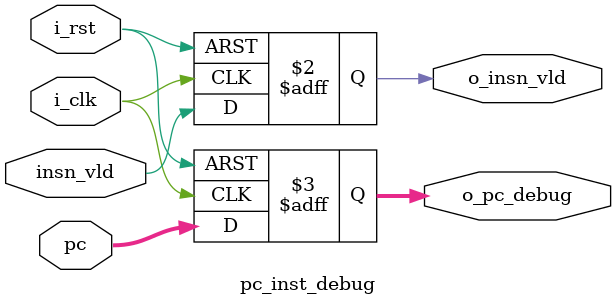
<source format=sv>
module pc_inst_debug(
	input  logic         i_clk     ,
	input  logic         i_rst     ,
	input  logic         insn_vld  ,
	input  logic [31:0]  pc        ,
	output logic         o_insn_vld,
	output logic [31:0]  o_pc_debug
);

  always_ff @(posedge i_clk or posedge i_rst) begin
    if (i_rst) begin
	   o_insn_vld <= 1'b0;
		o_pc_debug <= 32'b0;
	 end else begin
		o_insn_vld <= insn_vld;
		o_pc_debug <= pc;
	 end
  end
endmodule
</source>
